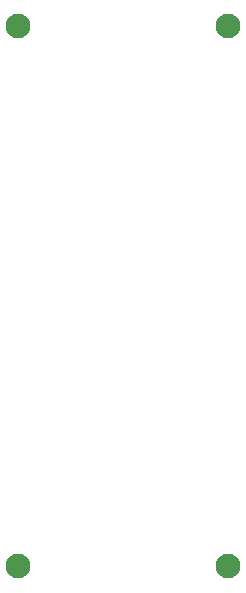
<source format=gbr>
%TF.GenerationSoftware,KiCad,Pcbnew,7.0.9*%
%TF.CreationDate,2023-12-25T10:03:38-05:00*%
%TF.ProjectId,pcb_ac_interface,7063625f-6163-45f6-996e-746572666163,rev?*%
%TF.SameCoordinates,Original*%
%TF.FileFunction,NonPlated,1,2,NPTH,Drill*%
%TF.FilePolarity,Positive*%
%FSLAX46Y46*%
G04 Gerber Fmt 4.6, Leading zero omitted, Abs format (unit mm)*
G04 Created by KiCad (PCBNEW 7.0.9) date 2023-12-25 10:03:38*
%MOMM*%
%LPD*%
G01*
G04 APERTURE LIST*
%TA.AperFunction,ComponentDrill*%
%ADD10C,2.100000*%
%TD*%
G04 APERTURE END LIST*
D10*
%TO.C,H1*%
X130810000Y-66040000D03*
%TO.C,H4*%
X130810000Y-111760000D03*
%TO.C,H2*%
X148590000Y-66040000D03*
%TO.C,H3*%
X148590000Y-111760000D03*
M02*

</source>
